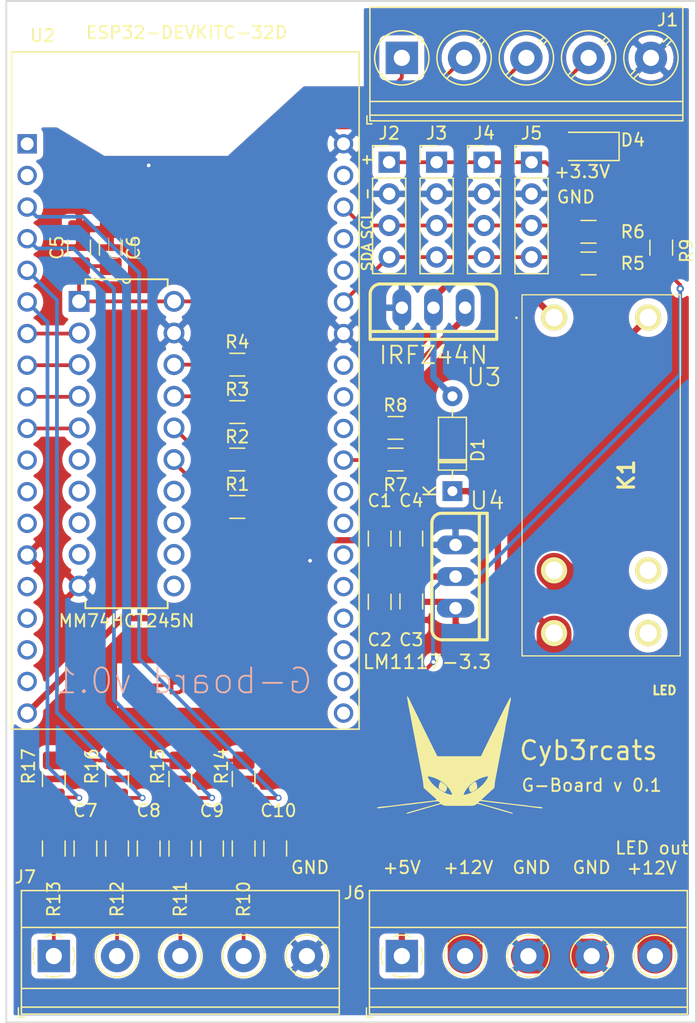
<source format=kicad_pcb>
(kicad_pcb (version 20171130) (host pcbnew "(5.1.4)-1")
  (title_block (title "ESP32 G-Board") (date 2019-09-28) (rev 1) (company cyb3rcats) (comment 1 "- 4 * ws2812b-led outputs") (comment 2 "- 1 * Relay") (comment 3 "- 4 * i2c connectors") (comment 4 "- ESP32 DEVKIT C 32D"))
  (layers (0 Top signal) (31 Bottom signal) (34 B.Paste user) (35 F.Paste user) (36 B.SilkS user) (37 F.SilkS user) (38 B.Mask user) (39 F.Mask user) (44 Edge.Cuts user))
  (net 0 "")
  (net 1 +5V)
  (net 2 GND)
  (net 3 +12V)
  (net 4 "Net-(D1-Pad2)")
  (net 5 /aRGB1)
  (net 6 +3V3)
  (net 7 "Net-(J1-Pad2)")
  (net 8 "Net-(J1-Pad3)")
  (net 9 "Net-(J1-Pad4)")
  (net 10 /SDA)
  (net 11 /SCL)
  (net 12 "Net-(K1-Pad4)")
  (net 13 "Net-(K1-Pad5)")
  (net 14 "Net-(R1-Pad1)")
  (net 15 "Net-(R2-Pad1)")
  (net 16 "Net-(R3-Pad1)")
  (net 17 "Net-(R4-Pad1)")
  (net 18 /relay)
  (net 19 "Net-(R7-Pad1)")
  (net 20 "Net-(U1-Pad2)")
  (net 21 "Net-(U1-Pad3)")
  (net 22 "Net-(U1-Pad4)")
  (net 23 "Net-(U1-Pad5)")
  (net 24 "Net-(U1-Pad6)")
  (net 25 "Net-(U1-Pad7)")
  (net 26 "Net-(U1-Pad8)")
  (net 27 "Net-(U1-Pad9)")
  (net 28 "Net-(U1-Pad11)")
  (net 29 "Net-(U1-Pad12)")
  (net 30 "Net-(U1-Pad13)")
  (net 31 "Net-(U1-Pad14)")
  (net 32 "Net-(U2-Pad1)")
  (net 33 "Net-(U2-Pad2)")
  (net 34 "Net-(U2-Pad11)")
  (net 35 "Net-(U2-Pad12)")
  (net 36 "Net-(U2-Pad13)")
  (net 37 "Net-(U2-Pad15)")
  (net 38 "Net-(U2-Pad16)")
  (net 39 "Net-(U2-Pad17)")
  (net 40 "Net-(U2-Pad18)")
  (net 41 "Net-(U2-Pad21)")
  (net 42 "Net-(U2-Pad23)")
  (net 43 "Net-(U2-Pad24)")
  (net 44 "Net-(U2-Pad27)")
  (net 45 "Net-(U2-Pad28)")
  (net 46 "Net-(U2-Pad29)")
  (net 47 "Net-(U2-Pad31)")
  (net 48 "Net-(U2-Pad32)")
  (net 49 "Net-(U2-Pad33)")
  (net 50 "Net-(U2-Pad34)")
  (net 51 "Net-(U2-Pad35)")
  (net 52 "Net-(U2-Pad36)")
  (net 53 "Net-(U2-Pad37)")
  (net 54 "Net-(U2-Pad38)")
  (net 55 "Net-(D4-Pad2)")
  (net 56 "Net-(J6-Pad5)")
  (net 57 /switch1)
  (net 58 /switch2)
  (net 59 /switch3)
  (net 60 /switch4)
  (net 61 "Net-(J7-Pad4)")
  (net 62 "Net-(J7-Pad3)")
  (net 63 "Net-(J7-Pad2)")
  (net 64 "Net-(J7-Pad1)")
  (module geert:cybercats_logo_silk_cu (layer Top) (at 142.24 115.062)
    (fp_text reference * hide)
    (fp_text value Cyb3rcats hide)
    (fp_poly (pts (xy -2.303477 1.841051) (xy -2.148805 1.880899) (xy -1.976959 1.936501) (xy -1.808293 2.002318) (xy -1.745608 2.03058) (xy -1.367878 2.244032) (xy -1.044933 2.498275) (xy -0.785916 2.784591) (xy -0.599969 3.094265) (xy -0.578503 3.14325) (xy -0.539078 3.244101) (xy -0.536807 3.288962) (xy -0.575453 3.299645) (xy -0.605411 3.299168) (xy -0.70561 3.284605) (xy -0.836744 3.252088) (xy -0.867834 3.242642) (xy -1.193926 3.1078) (xy -1.527538 2.914259) (xy -1.818081 2.697894) (xy -1.606278 2.697894) (xy -1.599184 2.779911) (xy -1.562826 2.842504) (xy -1.479766 2.906673) (xy -1.386417 2.962669) (xy -1.257539 3.029428) (xy -1.151158 3.071295) (xy -1.100667 3.079364) (xy -1.048467 3.035145) (xy -0.996205 2.938829) (xy -0.983339 2.903721) (xy -0.954463 2.782619) (xy -0.949963 2.687048) (xy -0.953494 2.671466) (xy -0.999584 2.607032) (xy -1.090827 2.516859) (xy -1.204743 2.419438) (xy -1.318851 2.33326) (xy -1.410671 2.276817) (xy -1.447857 2.264833) (xy -1.497964 2.302861) (xy -1.54697 2.400467) (xy -1.585832 2.532937) (xy -1.60551 2.675555) (xy -1.606278 2.697894) (xy -1.818081 2.697894) (xy -1.841415 2.680518) (xy -2.108303 2.425078) (xy -2.159714 2.365757) (xy -2.302327 2.184393) (xy -2.408494 2.028894) (xy -2.471609 1.910302) (xy -2.485064 1.839657) (xy -2.479883 1.830771) (xy -2.42062 1.822495) (xy -2.303477 1.841051)) (layer Top) (width 0.01))
    (fp_poly (pts (xy 2.354589 1.832478) (xy 2.35109 1.884971) (xy 2.300605 1.987539) (xy 2.211718 2.126376) (xy 2.093016 2.287678) (xy 1.999842 2.402921) (xy 1.795346 2.611159) (xy 1.543831 2.812659) (xy 1.266423 2.994475) (xy 0.984252 3.143662) (xy 0.718444 3.247274) (xy 0.560808 3.28463) (xy 0.380784 3.312855) (xy 0.449234 3.148678) (xy 0.625885 2.830691) (xy 0.682297 2.764745) (xy 0.821531 2.764745) (xy 0.828097 2.808919) (xy 0.878048 2.975772) (xy 0.939136 3.070485) (xy 0.985739 3.089936) (xy 1.047898 3.069844) (xy 1.156419 3.018166) (xy 1.259416 2.96208) (xy 1.392398 2.874854) (xy 1.464552 2.788261) (xy 1.48384 2.679246) (xy 1.458225 2.524752) (xy 1.437529 2.446279) (xy 1.390516 2.316787) (xy 1.333494 2.265994) (xy 1.250219 2.288166) (xy 1.161367 2.348765) (xy 0.992793 2.48405) (xy 0.88663 2.58927) (xy 0.832877 2.678232) (xy 0.821531 2.764745) (xy 0.682297 2.764745) (xy 0.877231 2.536868) (xy 1.194847 2.275265) (xy 1.570306 2.053937) (xy 1.618607 2.03058) (xy 1.783217 1.960937) (xy 1.957924 1.900182) (xy 2.122522 1.853756) (xy 2.256802 1.827096) (xy 2.340556 1.825643) (xy 2.354589 1.832478)) (layer Top) (width 0.01))
  )
  (module Resistor_SMD:R_1206_3216Metric_Pad1.42x1.75mm_HandSolder (layer Top) (at 109.728 117.094 90)
    (fp_text reference R17 (at 1.016 -2.032 90) (layer F.SilkS))
    (fp_text value 10kΩ)
    (pad 2 smd roundrect (at 1.4875 0 90) (size 1.425 1.75) (layers Top F.Paste F.Mask) (roundrect_rratio 0.175439) (net 6 +3V3))
    (pad 1 smd roundrect (at -1.4875 0 90) (size 1.425 1.75) (layers Top F.Paste F.Mask) (roundrect_rratio 0.175439) (net 57 /switch1))
  )
  (module Resistor_SMD:R_1206_3216Metric_Pad1.42x1.75mm_HandSolder (layer Top) (at 114.808 117.094 90)
    (fp_text reference R16 (at 1.016 -2.032 90) (layer F.SilkS))
    (fp_text value 10kΩ)
    (pad 2 smd roundrect (at 1.4875 0 90) (size 1.425 1.75) (layers Top F.Paste F.Mask) (roundrect_rratio 0.175439) (net 6 +3V3))
    (pad 1 smd roundrect (at -1.4875 0 90) (size 1.425 1.75) (layers Top F.Paste F.Mask) (roundrect_rratio 0.175439) (net 58 /switch2))
  )
  (module Resistor_SMD:R_1206_3216Metric_Pad1.42x1.75mm_HandSolder (layer Top) (at 119.888 117.094 90)
    (fp_text reference R15 (at 1.016 -1.82 90) (layer F.SilkS))
    (fp_text value 10kΩ)
    (pad 2 smd roundrect (at 1.4875 0 90) (size 1.425 1.75) (layers Top F.Paste F.Mask) (roundrect_rratio 0.175439) (net 6 +3V3))
    (pad 1 smd roundrect (at -1.4875 0 90) (size 1.425 1.75) (layers Top F.Paste F.Mask) (roundrect_rratio 0.175439) (net 59 /switch3))
  )
  (module Resistor_SMD:R_1206_3216Metric_Pad1.42x1.75mm_HandSolder (layer Top) (at 124.968 117.094 90)
    (fp_text reference R14 (at 1.016 -1.778 90) (layer F.SilkS))
    (fp_text value 10kΩ)
    (pad 2 smd roundrect (at 1.4875 0 90) (size 1.425 1.75) (layers Top F.Paste F.Mask) (roundrect_rratio 0.175439) (net 6 +3V3))
    (pad 1 smd roundrect (at -1.4875 0 90) (size 1.425 1.75) (layers Top F.Paste F.Mask) (roundrect_rratio 0.175439) (net 60 /switch4))
  )
  (module Resistor_SMD:R_1206_3216Metric_Pad1.42x1.75mm_HandSolder (layer Top) (at 109.728 122.682 90)
    (fp_text reference R13 (at -4.064 0 90) (layer F.SilkS))
    (fp_text value 220Ω)
    (pad 2 smd roundrect (at 1.4875 0 90) (size 1.425 1.75) (layers Top F.Paste F.Mask) (roundrect_rratio 0.175439) (net 57 /switch1))
    (pad 1 smd roundrect (at -1.4875 0 90) (size 1.425 1.75) (layers Top F.Paste F.Mask) (roundrect_rratio 0.175439) (net 64 "Net-(J7-Pad1)"))
  )
  (module Resistor_SMD:R_1206_3216Metric_Pad1.42x1.75mm_HandSolder (layer Top) (at 114.808 122.682 90)
    (fp_text reference R12 (at -4.064 0 90) (layer F.SilkS))
    (fp_text value 220Ω)
    (pad 2 smd roundrect (at 1.4875 0 90) (size 1.425 1.75) (layers Top F.Paste F.Mask) (roundrect_rratio 0.175439) (net 58 /switch2))
    (pad 1 smd roundrect (at -1.4875 0 90) (size 1.425 1.75) (layers Top F.Paste F.Mask) (roundrect_rratio 0.175439) (net 63 "Net-(J7-Pad2)"))
  )
  (module Resistor_SMD:R_1206_3216Metric_Pad1.42x1.75mm_HandSolder (layer Top) (at 119.888 122.682 90)
    (fp_text reference R11 (at -4.064 0 90) (layer F.SilkS))
    (fp_text value 220Ω)
    (pad 2 smd roundrect (at 1.4875 0 90) (size 1.425 1.75) (layers Top F.Paste F.Mask) (roundrect_rratio 0.175439) (net 59 /switch3))
    (pad 1 smd roundrect (at -1.4875 0 90) (size 1.425 1.75) (layers Top F.Paste F.Mask) (roundrect_rratio 0.175439) (net 62 "Net-(J7-Pad3)"))
  )
  (module Resistor_SMD:R_1206_3216Metric_Pad1.42x1.75mm_HandSolder (layer Top) (at 124.968 122.682 90)
    (fp_text reference R10 (at -4.064 0 90) (layer F.SilkS))
    (fp_text value 220Ω)
    (pad 2 smd roundrect (at 1.4875 0 90) (size 1.425 1.75) (layers Top F.Paste F.Mask) (roundrect_rratio 0.175439) (net 60 /switch4))
    (pad 1 smd roundrect (at -1.4875 0 90) (size 1.425 1.75) (layers Top F.Paste F.Mask) (roundrect_rratio 0.175439) (net 61 "Net-(J7-Pad4)"))
  )
  (module TerminalBlock_Phoenix:TerminalBlock_Phoenix_MKDS-1,5-5-5.08_1x05_P5.08mm_Horizontal (layer Top) (at 109.728 131.318)
    (fp_text reference J7 (at -2.286 -6.35) (layer F.SilkS))
    (fp_text value Schakelaars)
    (pad 5 thru_hole circle (at 20.32 0) (size 2.6 2.6) (drill 1.3) (layers *.Cu *.Mask) (net 2 GND))
    (pad 4 thru_hole circle (at 15.24 0) (size 2.6 2.6) (drill 1.3) (layers *.Cu *.Mask) (net 61 "Net-(J7-Pad4)"))
    (pad 3 thru_hole circle (at 10.16 0) (size 2.6 2.6) (drill 1.3) (layers *.Cu *.Mask) (net 62 "Net-(J7-Pad3)"))
    (pad 2 thru_hole circle (at 5.08 0) (size 2.6 2.6) (drill 1.3) (layers *.Cu *.Mask) (net 63 "Net-(J7-Pad2)"))
    (pad 1 thru_hole rect (at 0 0) (size 2.6 2.6) (drill 1.3) (layers *.Cu *.Mask) (net 64 "Net-(J7-Pad1)"))
  )
  (module Resistor_SMD:R_1206_3216Metric_Pad1.42x1.75mm_HandSolder (layer Top) (at 127.508 122.682 270)
    (fp_text reference C10 (at -3.048 -0.254 180) (layer F.SilkS))
    (fp_text value 1nF)
    (pad 2 smd roundrect (at 1.4875 0 270) (size 1.425 1.75) (layers Top F.Paste F.Mask) (roundrect_rratio 0.175439) (net 2 GND))
    (pad 1 smd roundrect (at -1.4875 0 270) (size 1.425 1.75) (layers Top F.Paste F.Mask) (roundrect_rratio 0.175439) (net 60 /switch4))
  )
  (module Resistor_SMD:R_1206_3216Metric_Pad1.42x1.75mm_HandSolder (layer Top) (at 122.428 122.682 270)
    (fp_text reference C9 (at -3.048 0 180) (layer F.SilkS))
    (fp_text value 1nF)
    (pad 2 smd roundrect (at 1.4875 0 270) (size 1.425 1.75) (layers Top F.Paste F.Mask) (roundrect_rratio 0.175439) (net 2 GND))
    (pad 1 smd roundrect (at -1.4875 0 270) (size 1.425 1.75) (layers Top F.Paste F.Mask) (roundrect_rratio 0.175439) (net 59 /switch3))
  )
  (module Resistor_SMD:R_1206_3216Metric_Pad1.42x1.75mm_HandSolder (layer Top) (at 117.348 122.682 270)
    (fp_text reference C8 (at -3.048 0 180) (layer F.SilkS))
    (fp_text value 1nF)
    (pad 2 smd roundrect (at 1.4875 0 270) (size 1.425 1.75) (layers Top F.Paste F.Mask) (roundrect_rratio 0.175439) (net 2 GND))
    (pad 1 smd roundrect (at -1.4875 0 270) (size 1.425 1.75) (layers Top F.Paste F.Mask) (roundrect_rratio 0.175439) (net 58 /switch2))
  )
  (module Resistor_SMD:R_1206_3216Metric_Pad1.42x1.75mm_HandSolder (layer Top) (at 112.268 122.682 270)
    (fp_text reference C7 (at -3.048 0 180) (layer F.SilkS))
    (fp_text value 1nF)
    (pad 2 smd roundrect (at 1.4875 0 270) (size 1.425 1.75) (layers Top F.Paste F.Mask) (roundrect_rratio 0.175439) (net 2 GND))
    (pad 1 smd roundrect (at -1.4875 0 270) (size 1.425 1.75) (layers Top F.Paste F.Mask) (roundrect_rratio 0.175439) (net 57 /switch1))
  )
  (module TerminalBlock_Phoenix:TerminalBlock_Phoenix_MKDS-1,5-5-5.08_1x05_P5.08mm_Horizontal (layer Top) (at 137.668 131.318)
    (fp_text reference J6 (at -3.81 -5.08) (layer F.SilkS))
    (fp_text value "POWER + LED")
    (pad 5 thru_hole circle (at 20.32 0) (size 2.6 2.6) (drill 1.3) (layers *.Cu *.Mask) (net 56 "Net-(J6-Pad5)"))
    (pad 4 thru_hole circle (at 15.24 0) (size 2.6 2.6) (drill 1.3) (layers *.Cu *.Mask) (net 2 GND))
    (pad 3 thru_hole circle (at 10.16 0) (size 2.6 2.6) (drill 1.3) (layers *.Cu *.Mask) (net 2 GND))
    (pad 2 thru_hole circle (at 5.08 0) (size 2.6 2.6) (drill 1.3) (layers *.Cu *.Mask) (net 3 +12V))
    (pad 1 thru_hole rect (at 0 0) (size 2.6 2.6) (drill 1.3) (layers *.Cu *.Mask) (net 1 +5V))
  )
  (module TerminalBlock_Phoenix:TerminalBlock_Phoenix_PT-1,5-5-5.0-H_1x05_P5.00mm_Horizontal (layer Top) (at 137.668 59.182)
    (fp_text reference J1 (at 21.336 -3.048) (layer F.SilkS))
    (fp_text value "aRGB LEDs")
    (pad 5 thru_hole circle (at 20 0) (size 2.6 2.6) (drill 1.3) (layers *.Cu *.Mask) (net 2 GND))
    (pad 4 thru_hole circle (at 15 0) (size 2.6 2.6) (drill 1.3) (layers *.Cu *.Mask) (net 9 "Net-(J1-Pad4)"))
    (pad 3 thru_hole circle (at 10 0) (size 2.6 2.6) (drill 1.3) (layers *.Cu *.Mask) (net 8 "Net-(J1-Pad3)"))
    (pad 2 thru_hole circle (at 5 0) (size 2.6 2.6) (drill 1.3) (layers *.Cu *.Mask) (net 7 "Net-(J1-Pad2)"))
    (pad 1 thru_hole rect (at 0 0) (size 2.6 2.6) (drill 1.3) (layers *.Cu *.Mask) (net 5 /aRGB1))
  )
  (module Resistor_SMD:R_1206_3216Metric_Pad1.42x1.75mm_HandSolder (layer Top) (at 114.3 74.422 270)
    (fp_text reference C6 (at 0 -1.82 90) (layer F.SilkS))
    (fp_text value 10μF)
    (pad 2 smd roundrect (at 1.4875 0 270) (size 1.425 1.75) (layers Top F.Paste F.Mask) (roundrect_rratio 0.175439) (net 1 +5V))
    (pad 1 smd roundrect (at -1.4875 0 270) (size 1.425 1.75) (layers Top F.Paste F.Mask) (roundrect_rratio 0.175439) (net 2 GND))
  )
  (module Resistor_SMD:R_1206_3216Metric_Pad1.42x1.75mm_HandSolder (layer Top) (at 111.76 74.422 270)
    (fp_text reference C5 (at 0 1.778 90) (layer F.SilkS))
    (fp_text value 0.1μF)
    (pad 2 smd roundrect (at 1.4875 0 270) (size 1.425 1.75) (layers Top F.Paste F.Mask) (roundrect_rratio 0.175439) (net 1 +5V))
    (pad 1 smd roundrect (at -1.4875 0 270) (size 1.425 1.75) (layers Top F.Paste F.Mask) (roundrect_rratio 0.175439) (net 2 GND))
  )
  (module LED_SMD:LED_1206_3216Metric_Pad1.42x1.75mm_HandSolder (layer Top) (at 152.654 66.294 180)
    (fp_text reference D4 (at -3.556 0.508) (layer F.SilkS))
    (fp_text value LED)
    (pad 2 smd roundrect (at 1.4875 0 180) (size 1.425 1.75) (layers Top F.Paste F.Mask) (roundrect_rratio 0.175439) (net 55 "Net-(D4-Pad2)"))
    (pad 1 smd roundrect (at -1.4875 0 180) (size 1.425 1.75) (layers Top F.Paste F.Mask) (roundrect_rratio 0.175439) (net 2 GND))
  )
  (module Resistor_SMD:R_1206_3216Metric_Pad1.42x1.75mm_HandSolder (layer Top) (at 135.89 97.79 90)
    (fp_text reference C1 (at 3.048 0 180) (layer F.SilkS))
    (fp_text value 0.1μF)
    (pad 1 smd roundrect (at -1.4875 0 90) (size 1.425 1.75) (layers Top F.Paste F.Mask) (roundrect_rratio 0.175439) (net 1 +5V))
    (pad 2 smd roundrect (at 1.4875 0 90) (size 1.425 1.75) (layers Top F.Paste F.Mask) (roundrect_rratio 0.175439) (net 2 GND))
  )
  (module Resistor_SMD:R_1206_3216Metric_Pad1.42x1.75mm_HandSolder (layer Top) (at 135.89 102.87 270)
    (fp_text reference C2 (at 3.048 0 180) (layer F.SilkS))
    (fp_text value 10μF)
    (pad 1 smd roundrect (at -1.4875 0 270) (size 1.425 1.75) (layers Top F.Paste F.Mask) (roundrect_rratio 0.175439) (net 1 +5V))
    (pad 2 smd roundrect (at 1.4875 0 270) (size 1.425 1.75) (layers Top F.Paste F.Mask) (roundrect_rratio 0.175439) (net 2 GND))
  )
  (module Resistor_SMD:R_1206_3216Metric_Pad1.42x1.75mm_HandSolder (layer Top) (at 138.43 102.8335 270)
    (fp_text reference C3 (at 3.0845 0 180) (layer F.SilkS))
    (fp_text value 10μF)
    (pad 1 smd roundrect (at -1.4875 0 270) (size 1.425 1.75) (layers Top F.Paste F.Mask) (roundrect_rratio 0.175439) (net 6 +3V3))
    (pad 2 smd roundrect (at 1.4875 0 270) (size 1.425 1.75) (layers Top F.Paste F.Mask) (roundrect_rratio 0.175439) (net 2 GND))
  )
  (module Resistor_SMD:R_1206_3216Metric_Pad1.42x1.75mm_HandSolder (layer Top) (at 138.43 97.79 90)
    (fp_text reference C4 (at 3.048 0 180) (layer F.SilkS))
    (fp_text value 0.1μF)
    (pad 2 smd roundrect (at 1.4875 0 90) (size 1.425 1.75) (layers Top F.Paste F.Mask) (roundrect_rratio 0.175439) (net 2 GND))
    (pad 1 smd roundrect (at -1.4875 0 90) (size 1.425 1.75) (layers Top F.Paste F.Mask) (roundrect_rratio 0.175439) (net 6 +3V3))
  )
  (module Diode_THT:D_DO-35_SOD27_P7.62mm_Horizontal (layer Top) (at 141.732 93.98 90)
    (fp_text reference D1 (at 3.302 2.032 90) (layer F.SilkS))
    (fp_text value 1N4148)
    (fp_text user K (at 0 -1.8 90) (layer F.SilkS))
    (pad 1 thru_hole rect (at 0 0 90) (size 1.6 1.6) (drill 0.8) (layers *.Cu *.Mask) (net 3 +12V))
    (pad 2 thru_hole oval (at 7.62 0 90) (size 1.6 1.6) (drill 0.8) (layers *.Cu *.Mask) (net 4 "Net-(D1-Pad2)"))
  )
  (module Connector_PinHeader_2.54mm:PinHeader_1x04_P2.54mm_Vertical (layer Top) (at 136.652 67.564)
    (fp_text reference J2 (at 0 -2.33) (layer F.SilkS))
    (fp_text value I2C)
    (pad 4 thru_hole oval (at 0 7.62) (size 1.7 1.7) (drill 1) (layers *.Cu *.Mask) (net 10 /SDA))
    (pad 3 thru_hole oval (at 0 5.08) (size 1.7 1.7) (drill 1) (layers *.Cu *.Mask) (net 11 /SCL))
    (pad 2 thru_hole oval (at 0 2.54) (size 1.7 1.7) (drill 1) (layers *.Cu *.Mask) (net 2 GND))
    (pad 1 thru_hole rect (at 0 0) (size 1.7 1.7) (drill 1) (layers *.Cu *.Mask) (net 6 +3V3))
  )
  (module Connector_PinHeader_2.54mm:PinHeader_1x04_P2.54mm_Vertical (layer Top) (at 140.462 67.564)
    (fp_text reference J3 (at 0 -2.33) (layer F.SilkS))
    (fp_text value I2C)
    (pad 4 thru_hole oval (at 0 7.62) (size 1.7 1.7) (drill 1) (layers *.Cu *.Mask) (net 10 /SDA))
    (pad 3 thru_hole oval (at 0 5.08) (size 1.7 1.7) (drill 1) (layers *.Cu *.Mask) (net 11 /SCL))
    (pad 2 thru_hole oval (at 0 2.54) (size 1.7 1.7) (drill 1) (layers *.Cu *.Mask) (net 2 GND))
    (pad 1 thru_hole rect (at 0 0) (size 1.7 1.7) (drill 1) (layers *.Cu *.Mask) (net 6 +3V3))
  )
  (module Connector_PinHeader_2.54mm:PinHeader_1x04_P2.54mm_Vertical (layer Top) (at 144.272 67.564)
    (fp_text reference J4 (at 0 -2.33) (layer F.SilkS))
    (fp_text value I2C)
    (pad 1 thru_hole rect (at 0 0) (size 1.7 1.7) (drill 1) (layers *.Cu *.Mask) (net 6 +3V3))
    (pad 2 thru_hole oval (at 0 2.54) (size 1.7 1.7) (drill 1) (layers *.Cu *.Mask) (net 2 GND))
    (pad 3 thru_hole oval (at 0 5.08) (size 1.7 1.7) (drill 1) (layers *.Cu *.Mask) (net 11 /SCL))
    (pad 4 thru_hole oval (at 0 7.62) (size 1.7 1.7) (drill 1) (layers *.Cu *.Mask) (net 10 /SDA))
  )
  (module Connector_PinHeader_2.54mm:PinHeader_1x04_P2.54mm_Vertical (layer Top) (at 148.082 67.564)
    (fp_text reference J5 (at 0 -2.33) (layer F.SilkS))
    (fp_text value I2C)
    (pad 1 thru_hole rect (at 0 0) (size 1.7 1.7) (drill 1) (layers *.Cu *.Mask) (net 6 +3V3))
    (pad 2 thru_hole oval (at 0 2.54) (size 1.7 1.7) (drill 1) (layers *.Cu *.Mask) (net 2 GND))
    (pad 3 thru_hole oval (at 0 5.08) (size 1.7 1.7) (drill 1) (layers *.Cu *.Mask) (net 11 /SCL))
    (pad 4 thru_hole oval (at 0 7.62) (size 1.7 1.7) (drill 1) (layers *.Cu *.Mask) (net 10 /SDA))
  )
  (module RTD34012 (layer Top) (at 153.67 92.71 270)
    (fp_text reference K1 (at 0 -2.032 90) (layer F.SilkS) (effects (font (size 1.27 1.27) (thickness 0.254))))
    (fp_text value RTD34012 hide)
    (pad 1 thru_hole circle (at -12.67 3.78) (size 2.1 2.1) (drill 1.4) (layers *.Cu *.Mask F.SilkS) (net 4 "Net-(D1-Pad2)"))
    (pad 2 thru_hole circle (at 7.63 3.78) (size 2.1 2.1) (drill 1.4) (layers *.Cu *.Mask F.SilkS) (net 56 "Net-(J6-Pad5)"))
    (pad 3 thru_hole circle (at 12.67 3.78) (size 2.1 2.1) (drill 1.4) (layers *.Cu *.Mask F.SilkS) (net 3 +12V))
    (pad 4 thru_hole circle (at 12.67 -3.78) (size 2.1 2.1) (drill 1.4) (layers *.Cu *.Mask F.SilkS) (net 12 "Net-(K1-Pad4)"))
    (pad 5 thru_hole circle (at 7.63 -3.78) (size 2.1 2.1) (drill 1.4) (layers *.Cu *.Mask F.SilkS) (net 13 "Net-(K1-Pad5)"))
    (pad 6 thru_hole circle (at -12.67 -3.78) (size 2.1 2.1) (drill 1.4) (layers *.Cu *.Mask F.SilkS) (net 3 +12V))
  )
  (module Resistor_SMD:R_1206_3216Metric_Pad1.42x1.75mm_HandSolder (layer Top) (at 124.46 95.25)
    (fp_text reference R1 (at 0 -1.82) (layer F.SilkS))
    (fp_text value 330Ω)
    (pad 1 smd roundrect (at -1.4875 0) (size 1.425 1.75) (layers Top F.Paste F.Mask) (roundrect_rratio 0.175439) (net 14 "Net-(R1-Pad1)"))
    (pad 2 smd roundrect (at 1.4875 0) (size 1.425 1.75) (layers Top F.Paste F.Mask) (roundrect_rratio 0.175439) (net 9 "Net-(J1-Pad4)"))
  )
  (module Resistor_SMD:R_1206_3216Metric_Pad1.42x1.75mm_HandSolder (layer Top) (at 124.46 91.44)
    (fp_text reference R2 (at 0 -1.82) (layer F.SilkS))
    (fp_text value 330Ω)
    (pad 2 smd roundrect (at 1.4875 0) (size 1.425 1.75) (layers Top F.Paste F.Mask) (roundrect_rratio 0.175439) (net 8 "Net-(J1-Pad3)"))
    (pad 1 smd roundrect (at -1.4875 0) (size 1.425 1.75) (layers Top F.Paste F.Mask) (roundrect_rratio 0.175439) (net 15 "Net-(R2-Pad1)"))
  )
  (module Resistor_SMD:R_1206_3216Metric_Pad1.42x1.75mm_HandSolder (layer Top) (at 124.46 87.63)
    (fp_text reference R3 (at 0 -1.82) (layer F.SilkS))
    (fp_text value 330Ω)
    (pad 1 smd roundrect (at -1.4875 0) (size 1.425 1.75) (layers Top F.Paste F.Mask) (roundrect_rratio 0.175439) (net 16 "Net-(R3-Pad1)"))
    (pad 2 smd roundrect (at 1.4875 0) (size 1.425 1.75) (layers Top F.Paste F.Mask) (roundrect_rratio 0.175439) (net 7 "Net-(J1-Pad2)"))
  )
  (module Resistor_SMD:R_1206_3216Metric_Pad1.42x1.75mm_HandSolder (layer Top) (at 124.46 83.82)
    (fp_text reference R4 (at 0 -1.82) (layer F.SilkS))
    (fp_text value 330Ω)
    (pad 2 smd roundrect (at 1.4875 0) (size 1.425 1.75) (layers Top F.Paste F.Mask) (roundrect_rratio 0.175439) (net 5 /aRGB1))
    (pad 1 smd roundrect (at -1.4875 0) (size 1.425 1.75) (layers Top F.Paste F.Mask) (roundrect_rratio 0.175439) (net 17 "Net-(R4-Pad1)"))
  )
  (module Resistor_SMD:R_1206_3216Metric_Pad1.42x1.75mm_HandSolder (layer Top) (at 152.654 75.692)
    (fp_text reference R5 (at 3.556 0) (layer F.SilkS))
    (fp_text value 4.7kΩ)
    (pad 2 smd roundrect (at 1.4875 0) (size 1.425 1.75) (layers Top F.Paste F.Mask) (roundrect_rratio 0.175439) (net 6 +3V3))
    (pad 1 smd roundrect (at -1.4875 0) (size 1.425 1.75) (layers Top F.Paste F.Mask) (roundrect_rratio 0.175439) (net 10 /SDA))
  )
  (module Resistor_SMD:R_1206_3216Metric_Pad1.42x1.75mm_HandSolder (layer Top) (at 152.654 73.152)
    (fp_text reference R6 (at 3.556 0) (layer F.SilkS))
    (fp_text value 4.7kΩ)
    (pad 1 smd roundrect (at -1.4875 0) (size 1.425 1.75) (layers Top F.Paste F.Mask) (roundrect_rratio 0.175439) (net 11 /SCL))
    (pad 2 smd roundrect (at 1.4875 0) (size 1.425 1.75) (layers Top F.Paste F.Mask) (roundrect_rratio 0.175439) (net 6 +3V3))
  )
  (module Resistor_SMD:R_1206_3216Metric_Pad1.42x1.75mm_HandSolder (layer Top) (at 137.16 91.44 180)
    (fp_text reference R7 (at 0 -2.032) (layer F.SilkS))
    (fp_text value 1kΩ)
    (pad 2 smd roundrect (at 1.4875 0 180) (size 1.425 1.75) (layers Top F.Paste F.Mask) (roundrect_rratio 0.175439) (net 18 /relay))
    (pad 1 smd roundrect (at -1.4875 0 180) (size 1.425 1.75) (layers Top F.Paste F.Mask) (roundrect_rratio 0.175439) (net 19 "Net-(R7-Pad1)"))
  )
  (module Resistor_SMD:R_1206_3216Metric_Pad1.42x1.75mm_HandSolder (layer Top) (at 137.16 88.9)
    (fp_text reference R8 (at 0 -1.82) (layer F.SilkS))
    (fp_text value 10kΩ)
    (pad 1 smd roundrect (at -1.4875 0) (size 1.425 1.75) (layers Top F.Paste F.Mask) (roundrect_rratio 0.175439) (net 2 GND))
    (pad 2 smd roundrect (at 1.4875 0) (size 1.425 1.75) (layers Top F.Paste F.Mask) (roundrect_rratio 0.175439) (net 19 "Net-(R7-Pad1)"))
  )
  (module Resistor_SMD:R_1206_3216Metric_Pad1.42x1.75mm_HandSolder (layer Top) (at 158.496 74.422 270)
    (fp_text reference R9 (at 0.254 -2.032 90) (layer F.SilkS))
    (fp_text value 1k)
    (pad 2 smd roundrect (at 1.4875 0 270) (size 1.425 1.75) (layers Top F.Paste F.Mask) (roundrect_rratio 0.175439) (net 6 +3V3))
    (pad 1 smd roundrect (at -1.4875 0 270) (size 1.425 1.75) (layers Top F.Paste F.Mask) (roundrect_rratio 0.175439) (net 55 "Net-(D4-Pad2)"))
  )
  (module DIP254P762X508-20 (layer Top) (at 119.38 101.6)
    (fp_text reference U1 (at -3.9878 -27.0764) (layer F.SilkS) (effects (font (size 1.64 1.64) (thickness 0.05))))
    (fp_text value MM74HCT245N (at -3.81 2.794) (layer F.SilkS))
    (pad 1 thru_hole rect (at -7.62 -22.86) (size 1.6764 1.6764) (drill 1.1176) (layers *.Cu *.Mask) (net 1 +5V))
    (pad 2 thru_hole circle (at -7.62 -20.32) (size 1.6764 1.6764) (drill 1.1176) (layers *.Cu *.Mask) (net 20 "Net-(U1-Pad2)"))
    (pad 3 thru_hole circle (at -7.62 -17.78) (size 1.6764 1.6764) (drill 1.1176) (layers *.Cu *.Mask) (net 21 "Net-(U1-Pad3)"))
    (pad 4 thru_hole circle (at -7.62 -15.24) (size 1.6764 1.6764) (drill 1.1176) (layers *.Cu *.Mask) (net 22 "Net-(U1-Pad4)"))
    (pad 5 thru_hole circle (at -7.62 -12.7) (size 1.6764 1.6764) (drill 1.1176) (layers *.Cu *.Mask) (net 23 "Net-(U1-Pad5)"))
    (pad 6 thru_hole circle (at -7.62 -10.16) (size 1.6764 1.6764) (drill 1.1176) (layers *.Cu *.Mask) (net 24 "Net-(U1-Pad6)"))
    (pad 7 thru_hole circle (at -7.62 -7.62) (size 1.6764 1.6764) (drill 1.1176) (layers *.Cu *.Mask) (net 25 "Net-(U1-Pad7)"))
    (pad 8 thru_hole circle (at -7.62 -5.08) (size 1.6764 1.6764) (drill 1.1176) (layers *.Cu *.Mask) (net 26 "Net-(U1-Pad8)"))
    (pad 9 thru_hole circle (at -7.62 -2.54) (size 1.6764 1.6764) (drill 1.1176) (layers *.Cu *.Mask) (net 27 "Net-(U1-Pad9)"))
    (pad 10 thru_hole circle (at -7.62 0) (size 1.6764 1.6764) (drill 1.1176) (layers *.Cu *.Mask) (net 2 GND))
    (pad 11 thru_hole circle (at 0 0) (size 1.6764 1.6764) (drill 1.1176) (layers *.Cu *.Mask) (net 28 "Net-(U1-Pad11)"))
    (pad 12 thru_hole circle (at 0 -2.54) (size 1.6764 1.6764) (drill 1.1176) (layers *.Cu *.Mask) (net 29 "Net-(U1-Pad12)"))
    (pad 13 thru_hole circle (at 0 -5.08) (size 1.6764 1.6764) (drill 1.1176) (layers *.Cu *.Mask) (net 30 "Net-(U1-Pad13)"))
    (pad 14 thru_hole circle (at 0 -7.62) (size 1.6764 1.6764) (drill 1.1176) (layers *.Cu *.Mask) (net 31 "Net-(U1-Pad14)"))
    (pad 15 thru_hole circle (at 0 -10.16) (size 1.6764 1.6764) (drill 1.1176) (layers *.Cu *.Mask) (net 14 "Net-(R1-Pad1)"))
    (pad 16 thru_hole circle (at 0 -12.7) (size 1.6764 1.6764) (drill 1.1176) (layers *.Cu *.Mask) (net 15 "Net-(R2-Pad1)"))
    (pad 17 thru_hole circle (at 0 -15.24) (size 1.6764 1.6764) (drill 1.1176) (layers *.Cu *.Mask) (net 16 "Net-(R3-Pad1)"))
    (pad 18 thru_hole circle (at 0 -17.78) (size 1.6764 1.6764) (drill 1.1176) (layers *.Cu *.Mask) (net 17 "Net-(R4-Pad1)"))
    (pad 19 thru_hole circle (at 0 -20.32) (size 1.6764 1.6764) (drill 1.1176) (layers *.Cu *.Mask) (net 2 GND))
    (pad 20 thru_hole circle (at 0 -22.86) (size 1.6764 1.6764) (drill 1.1176) (layers *.Cu *.Mask) (net 1 +5V))
  )
  (module MODULE_ESP32-DEVKITC-32D (layer Top) (at 120.290001 85.845001)
    (fp_text reference U2 (at -11.4644 -28.446) (layer F.SilkS) (effects (font (size 1.00039 1.00039))))
    (fp_text value ESP32-DEVKITC-32D (at 0.105999 -28.695001) (layer F.SilkS) (effects (font (size 1.00105 1.00105))))
    (pad 1 thru_hole rect (at -12.7 -19.76) (size 1.56 1.56) (drill 1.04) (layers *.Cu *.Mask) (net 32 "Net-(U2-Pad1)"))
    (pad 2 thru_hole circle (at -12.7 -17.22) (size 1.56 1.56) (drill 1.04) (layers *.Cu *.Mask) (net 33 "Net-(U2-Pad2)"))
    (pad 19 thru_hole circle (at -12.7 25.96) (size 1.56 1.56) (drill 1.04) (layers *.Cu *.Mask) (net 1 +5V))
    (pad 3 thru_hole circle (at -12.7 -14.68) (size 1.56 1.56) (drill 1.04) (layers *.Cu *.Mask) (net 60 /switch4))
    (pad 4 thru_hole circle (at -12.7 -12.14) (size 1.56 1.56) (drill 1.04) (layers *.Cu *.Mask) (net 59 /switch3))
    (pad 5 thru_hole circle (at -12.7 -9.6) (size 1.56 1.56) (drill 1.04) (layers *.Cu *.Mask) (net 58 /switch2))
    (pad 6 thru_hole circle (at -12.7 -7.06) (size 1.56 1.56) (drill 1.04) (layers *.Cu *.Mask) (net 57 /switch1))
    (pad 7 thru_hole circle (at -12.7 -4.52) (size 1.56 1.56) (drill 1.04) (layers *.Cu *.Mask) (net 20 "Net-(U1-Pad2)"))
    (pad 8 thru_hole circle (at -12.7 -1.98) (size 1.56 1.56) (drill 1.04) (layers *.Cu *.Mask) (net 21 "Net-(U1-Pad3)"))
    (pad 9 thru_hole circle (at -12.7 0.56) (size 1.56 1.56) (drill 1.04) (layers *.Cu *.Mask) (net 22 "Net-(U1-Pad4)"))
    (pad 10 thru_hole circle (at -12.7 3.1) (size 1.56 1.56) (drill 1.04) (layers *.Cu *.Mask) (net 23 "Net-(U1-Pad5)"))
    (pad 11 thru_hole circle (at -12.7 5.64) (size 1.56 1.56) (drill 1.04) (layers *.Cu *.Mask) (net 34 "Net-(U2-Pad11)"))
    (pad 12 thru_hole circle (at -12.7 8.18) (size 1.56 1.56) (drill 1.04) (layers *.Cu *.Mask) (net 35 "Net-(U2-Pad12)"))
    (pad 13 thru_hole circle (at -12.7 10.72) (size 1.56 1.56) (drill 1.04) (layers *.Cu *.Mask) (net 36 "Net-(U2-Pad13)"))
    (pad 14 thru_hole circle (at -12.7 13.26) (size 1.56 1.56) (drill 1.04) (layers *.Cu *.Mask) (net 2 GND))
    (pad 15 thru_hole circle (at -12.7 15.8) (size 1.56 1.56) (drill 1.04) (layers *.Cu *.Mask) (net 37 "Net-(U2-Pad15)"))
    (pad 16 thru_hole circle (at -12.7 18.34) (size 1.56 1.56) (drill 1.04) (layers *.Cu *.Mask) (net 38 "Net-(U2-Pad16)"))
    (pad 17 thru_hole circle (at -12.7 20.88) (size 1.56 1.56) (drill 1.04) (layers *.Cu *.Mask) (net 39 "Net-(U2-Pad17)"))
    (pad 18 thru_hole circle (at -12.7 23.42) (size 1.56 1.56) (drill 1.04) (layers *.Cu *.Mask) (net 40 "Net-(U2-Pad18)"))
    (pad 20 thru_hole circle (at 12.7 -19.76) (size 1.56 1.56) (drill 1.04) (layers *.Cu *.Mask) (net 2 GND))
    (pad 21 thru_hole circle (at 12.7 -17.22) (size 1.56 1.56) (drill 1.04) (layers *.Cu *.Mask) (net 41 "Net-(U2-Pad21)"))
    (pad 22 thru_hole circle (at 12.7 -14.68) (size 1.56 1.56) (drill 1.04) (layers *.Cu *.Mask) (net 11 /SCL))
    (pad 23 thru_hole circle (at 12.7 -12.14) (size 1.56 1.56) (drill 1.04) (layers *.Cu *.Mask) (net 42 "Net-(U2-Pad23)"))
    (pad 24 thru_hole circle (at 12.7 -9.6) (size 1.56 1.56) (drill 1.04) (layers *.Cu *.Mask) (net 43 "Net-(U2-Pad24)"))
    (pad 25 thru_hole circle (at 12.7 -7.06) (size 1.56 1.56) (drill 1.04) (layers *.Cu *.Mask) (net 10 /SDA))
    (pad 26 thru_hole circle (at 12.7 -4.52) (size 1.56 1.56) (drill 1.04) (layers *.Cu *.Mask) (net 2 GND))
    (pad 27 thru_hole circle (at 12.7 -1.98) (size 1.56 1.56) (drill 1.04) (layers *.Cu *.Mask) (net 44 "Net-(U2-Pad27)"))
    (pad 28 thru_hole circle (at 12.7 0.56) (size 1.56 1.56) (drill 1.04) (layers *.Cu *.Mask) (net 45 "Net-(U2-Pad28)"))
    (pad 29 thru_hole circle (at 12.7 3.1) (size 1.56 1.56) (drill 1.04) (layers *.Cu *.Mask) (net 46 "Net-(U2-Pad29)"))
    (pad 30 thru_hole circle (at 12.7 5.64) (size 1.56 1.56) (drill 1.04) (layers *.Cu *.Mask) (net 18 /relay))
    (pad 31 thru_hole circle (at 12.7 8.18) (size 1.56 1.56) (drill 1.04) (layers *.Cu *.Mask) (net 47 "Net-(U2-Pad31)"))
    (pad 32 thru_hole circle (at 12.7 10.72) (size 1.56 1.56) (drill 1.04) (layers *.Cu *.Mask) (net 48 "Net-(U2-Pad32)"))
    (pad 33 thru_hole circle (at 12.7 13.26) (size 1.56 1.56) (drill 1.04) (layers *.Cu *.Mask) (net 49 "Net-(U2-Pad33)"))
    (pad 34 thru_hole circle (at 12.7 15.8) (size 1.56 1.56) (drill 1.04) (layers *.Cu *.Mask) (net 50 "Net-(U2-Pad34)"))
    (pad 35 thru_hole circle (at 12.7 18.34) (size 1.56 1.56) (drill 1.04) (layers *.Cu *.Mask) (net 51 "Net-(U2-Pad35)"))
    (pad 36 thru_hole circle (at 12.7 20.88) (size 1.56 1.56) (drill 1.04) (layers *.Cu *.Mask) (net 52 "Net-(U2-Pad36)"))
    (pad 37 thru_hole circle (at 12.7 23.42) (size 1.56 1.56) (drill 1.04) (layers *.Cu *.Mask) (net 53 "Net-(U2-Pad37)"))
    (pad 38 thru_hole circle (at 12.7 25.96) (size 1.56 1.56) (drill 1.04) (layers *.Cu *.Mask) (net 54 "Net-(U2-Pad38)"))
  )
  (module TO-220 (layer Top) (at 140.208 79.248 180)
    (fp_text reference U3 (at -4.064 -5.588) (layer F.SilkS) (effects (font (size 1.40038 1.40038))))
    (fp_text value IRFZ44N (at 0 -3.81) (layer F.SilkS) (effects (font (size 1.40278 1.40278))))
    (pad 1 thru_hole oval (at -2.54 0 270) (size 3.016 1.508) (drill 1) (layers *.Cu *.Mask) (net 19 "Net-(R7-Pad1)"))
    (pad 2 thru_hole oval (at 0 0 270) (size 3.016 1.508) (drill 1) (layers *.Cu *.Mask) (net 4 "Net-(D1-Pad2)"))
    (pad 3 thru_hole oval (at 2.54 0 270) (size 3.016 1.508) (drill 1) (layers *.Cu *.Mask) (net 2 GND))
  )
  (module TO-220 (layer Top) (at 141.986 100.838 270)
    (fp_text reference U4 (at -6.096 -2.54 180) (layer F.SilkS) (effects (font (size 1.40038 1.40038))))
    (fp_text value LM1117-3.3 (at 6.858 2.286 180) (layer F.SilkS) (effects (font (size 1.1 1.1))))
    (pad 3 thru_hole oval (at 2.54 0) (size 3.016 1.508) (drill 1) (layers *.Cu *.Mask) (net 1 +5V))
    (pad 2 thru_hole oval (at 0 0) (size 3.016 1.508) (drill 1) (layers *.Cu *.Mask) (net 6 +3V3))
    (pad 1 thru_hole oval (at -2.54 0) (size 3.016 1.508) (drill 1) (layers *.Cu *.Mask) (net 2 GND))
  )
  (gr_text "G-Board v 0.1" (at 152.908 117.602) (layer F.SilkS) (effects (font (size 1 1))))
  (gr_text Cyb3rcats (at 152.654 114.808) (layer F.SilkS) (effects (font (size 1.5 1.5) (thickness 0.2))))
  (gr_text GND (at 130.302 124.206) (layer F.SilkS) (effects (font (size 1 1))))
  (gr_text "LED out\n+12V" (at 157.734 123.444) (layer F.SilkS) (effects (font (size 1 1))))
  (gr_text GND (at 152.908 124.206) (layer F.SilkS) (effects (font (size 1 1))))
  (gr_text GND (at 148.082 124.206) (layer F.SilkS) (effects (font (size 1 1))))
  (gr_text +12V (at 143.002 124.206) (layer F.SilkS) (effects (font (size 1 1))))
  (gr_text +5V (at 137.668 124.206) (layer F.SilkS) (effects (font (size 1 1))))
  (gr_line (start 105.918 136.652) (end 108.712 136.652) (layer Edge.Cuts) (width 0.15))
  (gr_line (start 105.918 114.3) (end 105.918 136.652) (layer Edge.Cuts) (width 0.15))
  (gr_line (start 161.29 136.652) (end 108.712 136.652) (layer Edge.Cuts) (width 0.15))
  (gr_line (start 161.29 119.38) (end 161.29 136.652) (layer Edge.Cuts) (width 0.15))
  (gr_line (start 161.29 117.602) (end 161.29 119.38) (layer Edge.Cuts) (width 0.15))
  (gr_line (start 161.29 114.3) (end 161.29 117.602) (layer Edge.Cuts) (width 0.15))
  (gr_line (start 105.918 54.61) (end 161.29 54.61) (layer Edge.Cuts) (width 0.15))
  (gr_line (start 105.918 54.61) (end 105.918 114.3) (layer Edge.Cuts) (width 0.15))
  (gr_line (start 161.29 114.3) (end 161.29 54.61) (layer Edge.Cuts) (width 0.15))
  (gr_text LED (at 158.75 109.982) (layer F.SilkS) (effects (font (size 0.7 0.7) (thickness 0.175))))
  (gr_text G-Board (at 120.396 109.474) (layer Top) (effects (font (size 1.5 1.5) (thickness 0.3))))
  (gr_text + (at 134.874 67.31) (layer F.SilkS) (effects (font (size 0.8 0.8))))
  (gr_text - (at 134.874 70.104 90) (layer F.SilkS) (effects (font (size 0.8 0.8))))
  (gr_text SDA (at 134.874 75.184 90) (layer F.SilkS) (effects (font (size 0.8 0.8))))
  (gr_text SCL (at 134.874 72.644 90) (layer F.SilkS) (effects (font (size 0.8 0.8))))
  (gr_text +3.3V (at 152.146 68.326) (layer F.SilkS) (effects (font (size 1 1))))
  (gr_text GND (at 151.638 70.358) (layer F.SilkS) (effects (font (size 1 1))))
  (gr_text "G-board v0.1" (at 120.142 109.22) (layer B.SilkS) (effects (font (size 2 2)) (justify mirror)))
  (segment (start 120.904 78.74) (end 119.38 78.74) (width 0.3) (layer Top) (net 1))
  (segment (start 124.46 82.296) (end 120.904 78.74) (width 0.3) (layer Top) (net 1))
  (segment (start 124.46 97.79) (end 124.46 82.296) (width 0.3) (layer Top) (net 1))
  (segment (start 112.8982 78.74) (end 119.38 78.74) (width 0.3) (layer Top) (net 1))
  (segment (start 111.76 78.74) (end 112.8982 78.74) (width 0.3) (layer Top) (net 1))
  (segment (start 124.5926 97.9226) (end 124.46 97.79) (width 0.5) (layer Top) (net 1))
  (segment (start 134.5351 97.9226) (end 124.5926 97.9226) (width 0.5) (layer Top) (net 1))
  (segment (start 135.89 99.2775) (end 134.5351 97.9226) (width 0.5) (layer Top) (net 1))
  (segment (start 115.212912 104.18209) (end 121.11591 104.18209) (width 0.5) (layer Top) (net 1))
  (segment (start 107.590001 111.805001) (end 115.212912 104.18209) (width 0.5) (layer Top) (net 1))
  (segment (start 124.46 100.838) (end 124.46 97.79) (width 0.5) (layer Top) (net 1))
  (segment (start 121.11591 104.18209) (end 124.46 100.838) (width 0.5) (layer Top) (net 1))
  (segment (start 111.76 78.74) (end 111.76 75.9095) (width 0.3) (layer Top) (net 1))
  (segment (start 111.76 75.9095) (end 114.3 75.9095) (width 0.3) (layer Top) (net 1))
  (segment (start 141.478 102.87) (end 141.986 103.378) (width 0.5) (layer Top) (net 1))
  (segment (start 136.565 102.87) (end 141.478 102.87) (width 0.5) (layer Top) (net 1))
  (segment (start 135.89 101.3825) (end 135.89 102.195) (width 0.5) (layer Top) (net 1))
  (segment (start 135.89 102.195) (end 136.565 102.87) (width 0.5) (layer Top) (net 1))
  (segment (start 135.89 101.3825) (end 135.89 99.2775) (width 0.3) (layer Top) (net 1))
  (segment (start 141.986 104.632) (end 146.304 108.95) (width 0.5) (layer Top) (net 1))
  (segment (start 141.986 103.378) (end 141.986 104.632) (width 0.5) (layer Top) (net 1))
  (segment (start 146.304 108.95) (end 146.304 122.428) (width 0.5) (layer Top) (net 1))
  (segment (start 146.304 122.428) (end 145.288 123.444) (width 0.5) (layer Top) (net 1))
  (segment (start 145.288 123.444) (end 143.256 123.444) (width 0.5) (layer Top) (net 1))
  (segment (start 137.668 129.032) (end 137.668 131.318) (width 0.5) (layer Top) (net 1))
  (segment (start 143.256 123.444) (end 137.668 129.032) (width 0.5) (layer Top) (net 1))
  (via (at 130.302 99.568) (size 0.6) (drill 0.3) (layers Top Bottom) (net 2))
  (via (at 117.348 67.818) (size 0.6) (drill 0.3) (layers Top Bottom) (net 2))
  (segment (start 147.828 131.318) (end 152.908 131.318) (width 2.8) (layer Top) (net 2))
  (segment (start 143.032 93.98) (end 145.383042 96.331042) (width 0.5) (layer Top) (net 3))
  (segment (start 141.732 93.98) (end 143.032 93.98) (width 0.5) (layer Top) (net 3))
  (segment (start 143.51 93.98) (end 157.45 80.04) (width 0.5) (layer Top) (net 3))
  (segment (start 141.732 93.98) (end 143.51 93.98) (width 0.5) (layer Top) (net 3))
  (segment (start 145.383042 100.873042) (end 149.89 105.38) (width 0.5) (layer Top) (net 3))
  (segment (start 145.383042 96.331042) (end 145.383042 100.873042) (width 0.5) (layer Top) (net 3))
  (segment (start 142.748 128.524) (end 142.748 131.318) (width 2.8) (layer Top) (net 3))
  (segment (start 144.526 126.746) (end 142.748 128.524) (width 2.8) (layer Top) (net 3))
  (segment (start 147.32 126.746) (end 144.526 126.746) (width 2.8) (layer Top) (net 3))
  (segment (start 149.89 105.38) (end 149.89 124.176) (width 2.8) (layer Top) (net 3))
  (segment (start 149.89 124.176) (end 147.32 126.746) (width 2.8) (layer Top) (net 3))
  (segment (start 146.82 76.97) (end 149.89 80.04) (width 0.5) (layer Top) (net 4))
  (segment (start 141.732 76.97) (end 146.82 76.97) (width 0.5) (layer Top) (net 4))
  (segment (start 140.208 79.248) (end 140.208 78.494) (width 0.5) (layer Top) (net 4))
  (segment (start 140.208 78.494) (end 141.732 76.97) (width 0.5) (layer Top) (net 4))
  (segment (start 140.208 84.836) (end 141.732 86.36) (width 0.5) (layer Bottom) (net 4))
  (segment (start 140.208 79.248) (end 140.208 84.836) (width 0.5) (layer Bottom) (net 4))
  (segment (start 125.9475 66.5845) (end 130.048 62.484) (width 0.3) (layer Top) (net 5))
  (segment (start 137.668 60.782) (end 137.668 59.182) (width 0.3) (layer Top) (net 5))
  (segment (start 135.966 62.484) (end 137.668 60.782) (width 0.3) (layer Top) (net 5))
  (segment (start 130.048 62.484) (end 135.966 62.484) (width 0.3) (layer Top) (net 5))
  (segment (start 125.9475 83.82) (end 125.9475 66.5845) (width 0.3) (layer Top) (net 5))
  (segment (start 138.43 101.346) (end 138.43 99.2775) (width 0.5) (layer Top) (net 6))
  (segment (start 138.938 100.838) (end 138.43 101.346) (width 0.5) (layer Top) (net 6))
  (segment (start 141.986 100.838) (end 138.938 100.838) (width 0.5) (layer Top) (net 6))
  (segment (start 143.794 100.838) (end 160.02 84.612) (width 0.3) (layer Bottom) (net 6))
  (segment (start 141.986 100.838) (end 143.794 100.838) (width 0.3) (layer Bottom) (net 6))
  (via (at 160.02 77.724) (size 0.6) (drill 0.3) (layers Top Bottom) (net 6))
  (segment (start 160.02 84.612) (end 160.02 77.724) (width 0.3) (layer Bottom) (net 6))
  (segment (start 160.02 77.4335) (end 158.496 75.9095) (width 0.3) (layer Top) (net 6))
  (segment (start 160.02 77.724) (end 160.02 77.4335) (width 0.3) (layer Top) (net 6))
  (segment (start 154.1415 75.692) (end 154.1415 73.152) (width 0.3) (layer Top) (net 6))
  (segment (start 149.232 67.564) (end 150.114 68.446) (width 0.3) (layer Top) (net 6))
  (segment (start 148.082 67.564) (end 149.232 67.564) (width 0.3) (layer Top) (net 6))
  (segment (start 150.114 68.446) (end 150.114 70.866) (width 0.3) (layer Top) (net 6))
  (segment (start 150.114 70.866) (end 150.876 71.628) (width 0.3) (layer Top) (net 6))
  (segment (start 152.6175 71.628) (end 154.1415 73.152) (width 0.3) (layer Top) (net 6))
  (segment (start 150.876 71.628) (end 152.6175 71.628) (width 0.3) (layer Top) (net 6))
  (segment (start 136.652 67.564) (end 140.462 67.564) (width 0.3) (layer Top) (net 6))
  (segment (start 140.462 67.564) (end 144.272 67.564) (width 0.3) (layer Top) (net 6))
  (segment (start 144.272 67.564) (end 148.082 67.564) (width 0.3) (layer Top) (net 6))
  (segment (start 154.359 72.9345) (end 154.1415 73.152) (width 0.3) (layer Top) (net 6))
  (segment (start 154.359 75.9095) (end 154.1415 75.692) (width 0.3) (layer Top) (net 6))
  (segment (start 158.496 75.9095) (end 154.359 75.9095) (width 0.3) (layer Top) (net 6))
  (via (at 140.208 107.696) (size 0.508) (drill 0.3) (layers Top Bottom) (net 6))
  (segment (start 140.17559 107.66359) (end 140.208 107.696) (width 0.3) (layer Bottom) (net 6))
  (segment (start 140.17559 101.89441) (end 140.17559 107.66359) (width 0.3) (layer Bottom) (net 6))
  (segment (start 141.986 100.838) (end 141.232 100.838) (width 0.3) (layer Bottom) (net 6))
  (segment (start 141.232 100.838) (end 140.17559 101.89441) (width 0.3) (layer Bottom) (net 6))
  (segment (start 132.2975 115.6065) (end 124.968 115.6065) (width 0.3) (layer Top) (net 6))
  (segment (start 140.208 107.696) (end 132.2975 115.6065) (width 0.3) (layer Top) (net 6))
  (segment (start 124.968 115.6065) (end 119.888 115.6065) (width 0.3) (layer Top) (net 6))
  (segment (start 118.913 115.6065) (end 114.808 115.6065) (width 0.3) (layer Top) (net 6))
  (segment (start 119.888 115.6065) (end 118.913 115.6065) (width 0.3) (layer Top) (net 6))
  (segment (start 114.808 115.6065) (end 109.728 115.6065) (width 0.3) (layer Top) (net 6))
  (segment (start 126.76 87.63) (end 127.254 87.136) (width 0.3) (layer Top) (net 7))
  (segment (start 125.9475 87.63) (end 126.76 87.63) (width 0.3) (layer Top) (net 7))
  (segment (start 127.254 87.136) (end 127.254 66.548) (width 0.3) (layer Top) (net 7))
  (segment (start 127.254 66.548) (end 130.556 63.246) (width 0.3) (layer Top) (net 7))
  (segment (start 138.604 63.246) (end 142.668 59.182) (width 0.3) (layer Top) (net 7))
  (segment (start 130.556 63.246) (end 138.604 63.246) (width 0.3) (layer Top) (net 7))
  (segment (start 125.9475 91.44) (end 128.524 88.8635) (width 0.3) (layer Top) (net 8))
  (segment (start 128.524 88.8635) (end 128.524 66.802) (width 0.3) (layer Top) (net 8))
  (segment (start 128.524 66.802) (end 131.318 64.008) (width 0.3) (layer Top) (net 8))
  (segment (start 142.842 64.008) (end 147.668 59.182) (width 0.3) (layer Top) (net 8))
  (segment (start 131.318 64.008) (end 142.842 64.008) (width 0.3) (layer Top) (net 8))
  (segment (start 125.9475 95.25) (end 130.048 91.1495) (width 0.3) (layer Top) (net 9))
  (segment (start 130.048 91.1495) (end 130.048 66.802) (width 0.3) (layer Top) (net 9))
  (segment (start 130.048 66.802) (end 132.08 64.77) (width 0.3) (layer Top) (net 9))
  (segment (start 147.08 64.77) (end 152.668 59.182) (width 0.3) (layer Top) (net 9))
  (segment (start 132.08 64.77) (end 147.08 64.77) (width 0.3) (layer Top) (net 9))
  (segment (start 136.591002 75.184) (end 136.652 75.184) (width 0.3) (layer Top) (net 10))
  (segment (start 132.990001 78.785001) (end 136.591002 75.184) (width 0.3) (layer Top) (net 10))
  (segment (start 136.652 75.184) (end 140.462 75.184) (width 0.3) (layer Top) (net 10))
  (segment (start 140.462 75.184) (end 144.272 75.184) (width 0.3) (layer Top) (net 10))
  (segment (start 144.272 75.184) (end 148.082 75.184) (width 0.3) (layer Top) (net 10))
  (segment (start 150.6585 75.184) (end 151.1665 75.692) (width 0.3) (layer Top) (net 10))
  (segment (start 148.082 75.184) (end 150.6585 75.184) (width 0.3) (layer Top) (net 10))
  (segment (start 134.469 72.644) (end 136.652 72.644) (width 0.3) (layer Top) (net 11))
  (segment (start 132.990001 71.165001) (end 134.469 72.644) (width 0.3) (layer Top) (net 11))
  (segment (start 137.854081 72.644) (end 140.462 72.644) (width 0.3) (layer Top) (net 11))
  (segment (start 136.652 72.644) (end 137.854081 72.644) (width 0.3) (layer Top) (net 11))
  (segment (start 140.462 72.644) (end 144.272 72.644) (width 0.3) (layer Top) (net 11))
  (segment (start 144.272 72.644) (end 148.082 72.644) (width 0.3) (layer Top) (net 11))
  (segment (start 150.6585 72.644) (end 151.1665 73.152) (width 0.3) (layer Top) (net 11))
  (segment (start 148.082 72.644) (end 150.6585 72.644) (width 0.3) (layer Top) (net 11))
  (segment (start 119.38 91.6575) (end 119.38 91.44) (width 0.3) (layer Top) (net 14))
  (segment (start 122.9725 95.25) (end 119.38 91.6575) (width 0.3) (layer Top) (net 14))
  (segment (start 121.92 91.44) (end 119.38 88.9) (width 0.3) (layer Top) (net 15))
  (segment (start 122.9725 91.44) (end 121.92 91.44) (width 0.3) (layer Top) (net 15))
  (segment (start 121.7025 86.36) (end 119.38 86.36) (width 0.3) (layer Top) (net 16))
  (segment (start 122.9725 87.63) (end 121.7025 86.36) (width 0.3) (layer Top) (net 16))
  (segment (start 122.9725 83.82) (end 119.38 83.82) (width 0.3) (layer Top) (net 17))
  (segment (start 135.627499 91.485001) (end 135.6725 91.44) (width 0.3) (layer Top) (net 18))
  (segment (start 132.990001 91.485001) (end 135.627499 91.485001) (width 0.3) (layer Top) (net 18))
  (segment (start 138.6475 91.44) (end 138.6475 88.9) (width 0.3) (layer Top) (net 19))
  (segment (start 142.748 80.002) (end 142.748 79.248) (width 0.5) (layer Top) (net 19))
  (segment (start 138.6475 84.1025) (end 142.748 80.002) (width 0.5) (layer Top) (net 19))
  (segment (start 138.6475 88.9) (end 138.6475 84.1025) (width 0.5) (layer Top) (net 19))
  (segment (start 111.714999 81.325001) (end 111.76 81.28) (width 0.3) (layer Top) (net 20))
  (segment (start 107.590001 81.325001) (end 111.714999 81.325001) (width 0.3) (layer Top) (net 20))
  (segment (start 111.714999 83.865001) (end 111.76 83.82) (width 0.3) (layer Top) (net 21))
  (segment (start 107.590001 83.865001) (end 111.714999 83.865001) (width 0.3) (layer Top) (net 21))
  (segment (start 111.714999 86.405001) (end 111.76 86.36) (width 0.3) (layer Top) (net 22))
  (segment (start 107.590001 86.405001) (end 111.714999 86.405001) (width 0.3) (layer Top) (net 22))
  (segment (start 111.714999 88.945001) (end 111.76 88.9) (width 0.3) (layer Top) (net 23))
  (segment (start 107.590001 88.945001) (end 111.714999 88.945001) (width 0.3) (layer Top) (net 23))
  (segment (start 151.1665 67.269) (end 155.7795 71.882) (width 0.3) (layer Top) (net 55))
  (segment (start 151.1665 66.294) (end 151.1665 67.269) (width 0.3) (layer Top) (net 55))
  (segment (start 158.683394 72.48209) (end 158.815902 72.614598) (width 0.3) (layer Top) (net 55))
  (segment (start 155.7795 71.882) (end 155.7795 72.2135) (width 0.3) (layer Top) (net 55))
  (segment (start 156.5005 72.9345) (end 158.496 72.9345) (width 0.3) (layer Top) (net 55))
  (segment (start 155.7795 72.2135) (end 156.5005 72.9345) (width 0.3) (layer Top) (net 55))
  (segment (start 157.988 112.014) (end 157.988 131.318) (width 2.8) (layer Top) (net 56))
  (segment (start 153.67 107.696) (end 157.988 112.014) (width 2.8) (layer Top) (net 56))
  (segment (start 153.67 104.14) (end 153.67 107.696) (width 2.8) (layer Top) (net 56))
  (segment (start 150.939999 101.409999) (end 153.67 104.14) (width 2.8) (layer Top) (net 56))
  (segment (start 149.89 100.34) (end 150.939999 101.389999) (width 2.8) (layer Top) (net 56))
  (segment (start 150.939999 101.389999) (end 150.939999 101.409999) (width 2.8) (layer Top) (net 56))
  (segment (start 109.728 118.5815) (end 109.728 121.1945) (width 0.3) (layer Top) (net 57))
  (segment (start 109.728 121.1945) (end 112.268 121.1945) (width 0.3) (layer Top) (net 57))
  (via (at 111.76 118.618) (size 0.508) (drill 0.3) (layers Top Bottom) (net 57))
  (segment (start 109.728 118.5815) (end 111.7235 118.5815) (width 0.3) (layer Top) (net 57))
  (segment (start 111.7235 118.5815) (end 111.76 118.618) (width 0.3) (layer Top) (net 57))
  (segment (start 111.76 118.618) (end 109.22 116.078) (width 0.3) (layer Bottom) (net 57))
  (segment (start 109.22 80.415) (end 107.590001 78.785001) (width 0.3) (layer Bottom) (net 57))
  (segment (start 109.22 116.078) (end 109.22 80.415) (width 0.3) (layer Bottom) (net 57))
  (segment (start 117.348 121.1945) (end 114.808 121.1945) (width 0.3) (layer Top) (net 58))
  (segment (start 114.808 118.5815) (end 114.808 121.1945) (width 0.3) (layer Top) (net 58))
  (segment (start 107.590001 76.245001) (end 109.982 78.637) (width 0.3) (layer Bottom) (net 58))
  (via (at 116.84 118.618) (size 0.508) (drill 0.3) (layers Top Bottom) (net 58))
  (segment (start 109.982 78.637) (end 109.982 111.76) (width 0.3) (layer Bottom) (net 58))
  (segment (start 109.982 111.76) (end 116.84 118.618) (width 0.3) (layer Bottom) (net 58))
  (segment (start 114.8445 118.618) (end 114.808 118.5815) (width 0.3) (layer Top) (net 58))
  (segment (start 116.84 118.618) (end 114.8445 118.618) (width 0.3) (layer Top) (net 58))
  (segment (start 122.428 121.1945) (end 119.888 121.1945) (width 0.3) (layer Top) (net 59))
  (segment (start 119.888 118.5815) (end 119.888 121.1945) (width 0.3) (layer Top) (net 59))
  (segment (start 108.37 74.485) (end 111.315 74.485) (width 0.3) (layer Bottom) (net 59))
  (segment (start 107.590001 73.705001) (end 108.37 74.485) (width 0.3) (layer Bottom) (net 59))
  (segment (start 111.315 74.485) (end 114.554 77.724) (width 0.3) (layer Bottom) (net 59))
  (via (at 122.428 118.618) (size 0.508) (drill 0.3) (layers Top Bottom) (net 59))
  (segment (start 114.554 77.724) (end 114.554 110.744) (width 0.3) (layer Bottom) (net 59))
  (segment (start 114.554 110.744) (end 122.428 118.618) (width 0.3) (layer Bottom) (net 59))
  (segment (start 119.9245 118.618) (end 119.888 118.5815) (width 0.3) (layer Top) (net 59))
  (segment (start 122.428 118.618) (end 119.9245 118.618) (width 0.3) (layer Top) (net 59))
  (segment (start 127.508 121.1945) (end 124.968 121.1945) (width 0.3) (layer Top) (net 60))
  (segment (start 124.968 118.5815) (end 124.968 121.1945) (width 0.3) (layer Top) (net 60))
  (segment (start 108.37 71.945) (end 112.077 71.945) (width 0.3) (layer Bottom) (net 60))
  (segment (start 107.590001 71.165001) (end 108.37 71.945) (width 0.3) (layer Bottom) (net 60))
  (segment (start 112.077 71.945) (end 116.586 76.454) (width 0.3) (layer Bottom) (net 60))
  (via (at 127.762 118.618) (size 0.508) (drill 0.3) (layers Top Bottom) (net 60))
  (segment (start 116.586 76.454) (end 116.586 107.442) (width 0.3) (layer Bottom) (net 60))
  (segment (start 116.586 107.442) (end 127.762 118.618) (width 0.3) (layer Bottom) (net 60))
  (segment (start 125.0045 118.618) (end 124.968 118.5815) (width 0.3) (layer Top) (net 60))
  (segment (start 127.762 118.618) (end 125.0045 118.618) (width 0.3) (layer Top) (net 60))
  (segment (start 124.968 131.318) (end 124.968 124.1695) (width 0.3) (layer Top) (net 61))
  (segment (start 119.888 129.479523) (end 119.888 124.1695) (width 0.3) (layer Top) (net 62))
  (segment (start 119.888 131.318) (end 119.888 129.479523) (width 0.3) (layer Top) (net 62))
  (segment (start 114.808 131.318) (end 114.808 124.1695) (width 0.3) (layer Top) (net 63))
  (segment (start 109.728 131.318) (end 109.728 124.1695) (width 0.3) (layer Top) (net 64))
  (zone (net 0) (net_name "") (layers F&B.Cu) (connect_pads (clearance 0.508)) (min_thickness 0.254)
    (keepout (tracks not_allowed) (vias not_allowed) (copperpour not_allowed))
    (fill (arc_segments 32) (thermal_gap 0.508) (thermal_bridge_width 0.508))
    (polygon (pts (xy 105.918 64.77) (xy 109.982 64.77) (xy 113.792 67.056) (xy 122.682 67.056) (xy 123.698 67.056) (xy 129.794 61.468) (xy 134.62 61.468) (xy 134.62 54.61) (xy 105.918 54.61)))
  )
  (zone (net 2) (net_name GND) (layer Bottom) (connect_pads (clearance 0.508)) (min_thickness 0.254) (fill yes (arc_segments 32) (thermal_gap 0.508) (thermal_bridge_width 0.508))
    (polygon (pts (xy 105.918 54.61) (xy 161.29 54.61) (xy 161.29 136.652) (xy 105.918 136.652)))
  )
  (zone (net 2) (net_name GND) (layer Top) (connect_pads (clearance 0.508)) (min_thickness 0.254) (fill yes (arc_segments 32) (thermal_gap 0.508) (thermal_bridge_width 0.508))
    (polygon (pts (xy 105.918 54.61) (xy 161.29 54.61) (xy 161.29 136.652) (xy 105.918 136.652)))
  )
)
</source>
